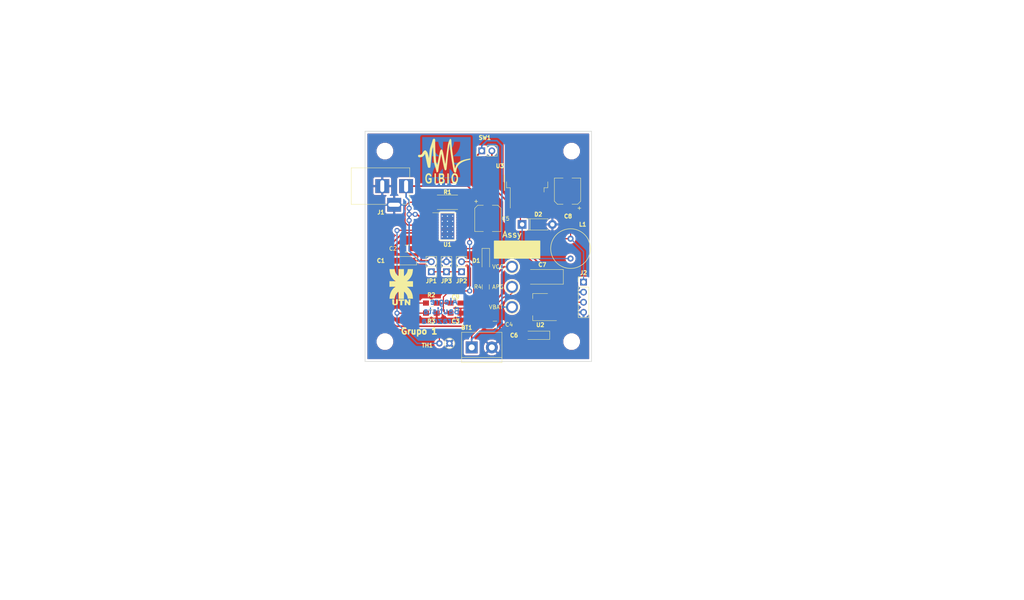
<source format=kicad_pcb>
(kicad_pcb (version 4) (host pcbnew 4.0.7-e2-6376~58~ubuntu16.04.1)
  (title_block (title "MÓDULO CARGADOR DE BATERÍAS DE LI-ION") (date 2018-10-30) (rev A) (company "UTN - FRBA") (comment 1 https://github.com/ealegremendoza/proyecto_4to) (comment 2 "Autores: Alegre M. E., Bautista L., Tarazona L.") (comment 3 "Diseñado para cargar dos celdas. se conecta a la placa base PER4MANCE.") (comment 4 "Cargador de baterías."))
  (layers (0 F.Cu signal) (31 B.Cu signal) (34 B.Paste user) (35 F.Paste user) (36 B.SilkS user) (37 F.SilkS user) (38 B.Mask user) (39 F.Mask user) (44 Edge.Cuts user))
  (net 0 "")
  (net 1 GND)
  (net 2 /bateria/V+)
  (net 3 VCC)
  (net 4 +5V)
  (net 5 +3V3)
  (net 6 "Net-(D1-Pad1)")
  (net 7 "Net-(D1-Pad2)")
  (net 8 "Net-(D2-Pad1)")
  (net 9 "Net-(R1-Pad1)")
  (net 10 "Net-(R2-Pad2)")
  (net 11 "Net-(U1-Pad1)")
  (net 12 "Net-(U1-Pad6)")
  (net 13 "Net-(U1-Pad11)")
  (net 14 "Net-(U1-Pad15)")
  (net 15 "Net-(U1-Pad20)")
  (net 16 /bateria/CR)
  (net 17 "Net-(C9-Pad1)")
  (net 18 /bateria/TMRSEL)
  (net 19 /regulador/V+)
  (module logos:logoUTN1 (layer B.Cu) (at 134.49 77.724 180)
    (fp_text reference " " hide)
    (fp_text value "   " hide)
    (fp_poly (pts (xy 6.096 -6.2484) (xy -6.096 -6.2484) (xy -6.096 -4.064) (xy -2.64928 -4.064) (xy -2.63274 -4.771263) (xy -2.62518 -5.054068) (xy -2.615803 -5.25425) (xy -2.601383 -5.390778) (xy -2.578693 -5.482618) (xy -2.544507 -5.54874) (xy -2.495596 -5.60811) (xy -2.4892 -5.615019) (xy -2.374607 -5.722334) (xy -2.254965 -5.788833) (xy -2.101107 -5.824023) (xy -1.883865 -5.837414) (xy -1.8034 -5.83859) (xy -1.573397 -5.830976) (xy -1.408843 -5.799081) (xy -1.279644 -5.739097) (xy -1.158675 -5.646255) (xy -1.071811 -5.526913) (xy -1.014124 -5.364398) (xy -0.980685 -5.142033) (xy -0.966565 -4.843145) (xy -0.9652 -4.675231) (xy -0.9652 -4.064) (xy -0.762 -4.064) (xy -0.762 -4.5212) (xy -0.2032 -4.5212) (xy -0.2032 -5.842) (xy 0.3556 -5.842) (xy 1.1176 -5.842) (xy 1.621787 -5.842) (xy 1.636393 -5.3721) (xy 1.651 -4.9022) (xy 2.28862 -5.842) (xy 2.794 -5.842) (xy 2.794 -4.064) (xy 2.289812 -4.064) (xy 2.2606 -4.98565) (xy 1.645032 -4.0894) (xy 1.1176 -4.05869) (xy 1.1176 -5.842) (xy 0.3556 -5.842) (xy 0.3556 -4.5212) (xy 0.9144 -4.5212) (xy 0.9144 -4.064) (xy -0.762 -4.064) (xy -0.9652 -4.064) (xy -1.524 -4.064) (xy -1.524 -4.669971) (xy -1.526727 -4.943494) (xy -1.536271 -5.133102) (xy -1.554677 -5.256368) (xy -1.583991 -5.330866) (xy -1.603829 -5.355771) (xy -1.721058 -5.418415) (xy -1.866793 -5.43182) (xy -1.992754 -5.394838) (xy -2.02668 -5.365811) (xy -2.052993 -5.283935) (xy -2.074701 -5.116806) (xy -2.090146 -4.88073) (xy -2.0964 -4.680202) (xy -2.1082 -4.064382) (xy -2.64928 -4.064) (xy -6.096 -4.064) (xy -6.096 1.4224) (xy -3.507717 1.4224) (xy -3.493759 0.605057) (xy -3.4798 -0.212286) (xy -2.5781 -0.205683) (xy -2.288474 -0.205702) (xy -2.037857 -0.209806) (xy -1.842303 -0.217396) (xy -1.717868 -0.227872) (xy -1.679949 -0.23924) (xy -1.719876 -0.286417) (xy -1.822262 -0.37464) (xy -1.966534 -0.486403) (xy -1.995814 -0.508) (xy -2.393694 -0.859875) (xy -2.738503 -1.288286) (xy -3.023131 -1.779159) (xy -3.240467 -2.31842) (xy -3.383403 -2.891995) (xy -3.439369 -3.3655) (xy -3.469175 -3.8608) (xy -1.936626 -3.8608) (xy -1.904054 -3.6195) (xy -1.798454 -3.142444) (xy -1.619588 -2.696225) (xy -1.377834 -2.302376) (xy -1.139689 -2.033361) (xy -1.000901 -1.908631) (xy -0.886532 -1.817678) (xy -0.819277 -1.778398) (xy -0.815841 -1.778) (xy -0.795109 -1.826322) (xy -0.779443 -1.972035) (xy -0.768785 -2.216254) (xy -0.76308 -2.560097) (xy -0.762 -2.8448) (xy -0.762 -3.9116) (xy 0.861618 -3.9116) (xy 0.889 -1.7018) (xy 1.245523 -2.0574) (xy 1.533046 -2.382231) (xy 1.742314 -2.715055) (xy 1.889954 -3.087367) (xy 1.976106 -3.44117) (xy 2.0574 -3.860466) (xy 2.835212 -3.860633) (xy 3.613025 -3.8608) (xy 3.586608 -3.6449) (xy 3.567087 -3.473451) (xy 3.544316 -3.256595) (xy 3.528901 -3.100264) (xy 3.474519 -2.773509) (xy 3.375585 -2.402739) (xy 3.245175 -2.027614) (xy 3.096366 -1.687794) (xy 3.011133 -1.529834) (xy 2.84718 -1.284658) (xy 2.642745 -1.026585) (xy 2.420065 -0.780046) (xy 2.20138 -0.569471) (xy 2.008928 -0.419292) (xy 1.988506 -0.4064) (xy 1.866506 -0.32429) (xy 1.791066 -0.259026) (xy 1.779366 -0.239083) (xy 1.827026 -0.226993) (xy 1.960263 -0.217999) (xy 2.163084 -0.212545) (xy 2.419502 -0.211076) (xy 2.69246 -0.213683) (xy 3.606921 -0.2286) (xy 3.60686 0.5969) (xy 3.6068 1.4224) (xy 1.703156 1.4224) (xy 1.960654 1.59581) (xy 2.207048 1.791266) (xy 2.470329 2.049669) (xy 2.724117 2.34204) (xy 2.942028 2.639401) (xy 3.011133 2.74969) (xy 3.164471 3.052589) (xy 3.306672 3.41297) (xy 3.424627 3.791088) (xy 3.505227 4.147199) (xy 3.528901 4.319465) (xy 3.550286 4.534082) (xy 3.572776 4.744405) (xy 3.586608 4.8641) (xy 3.613025 5.08) (xy 2.835212 5.079834) (xy 2.0574 5.079667) (xy 1.972172 4.640294) (xy 1.849233 4.178386) (xy 1.667878 3.784758) (xy 1.41637 3.43745) (xy 1.223057 3.238554) (xy 0.889 2.926002) (xy 0.875289 4.003001) (xy 0.861579 5.08) (xy -0.762 5.08) (xy -0.762 4.0386) (xy -0.764515 3.632874) (xy -0.772091 3.327635) (xy -0.784781 3.121895) (xy -0.802636 3.014665) (xy -0.815841 2.9972) (xy -0.876768 3.029951) (xy -0.987217 3.116272) (xy -1.124491 3.238267) (xy -1.139689 3.252562) (xy -1.425309 3.58733) (xy -1.656559 3.992145) (xy -1.823062 4.445473) (xy -1.904054 4.8387) (xy -1.936626 5.08) (xy -3.4544 5.08) (xy -3.454401 4.747659) (xy -3.406316 4.162807) (xy -3.267201 3.586338) (xy -3.044765 3.033769) (xy -2.746714 2.520618) (xy -2.380758 2.062406) (xy -1.954605 1.674649) (xy -1.912112 1.642664) (xy -1.614424 1.4224) (xy -3.507717 1.4224) (xy -6.096 1.4224) (xy -6.096 6.2484) (xy 6.096 6.2484) (xy 6.096 -6.2484)) (layer B.Cu) (width 0.01))
  )
  (module Connectors:BARREL_JACK (layer F.Cu) (at 124.33 83.82)
    (fp_text reference J1 (at -6.35 6.604) (layer F.SilkS) (effects (font (thickness 0.25))))
    (fp_text value Barrel_Jack)
    (pad 1 thru_hole rect (at 0 0) (size 3.5 3.5) (drill oval 1 3) (layers *.Cu *.Mask) (net 3 VCC))
    (pad 2 thru_hole rect (at -6 0) (size 3.5 3.5) (drill oval 1 3) (layers *.Cu *.Mask) (net 1 GND))
    (pad 3 thru_hole rect (at -3 4.7) (size 3.5 3.5) (drill oval 3 1) (layers *.Cu *.Mask) (net 1 GND))
  )
  (module Pin_Headers:Pin_Header_Straight_1x02_Pitch2.54mm (layer F.Cu) (at 138.3 105.41 180)
    (fp_text reference JP2 (at 0 -2.33 180) (layer F.SilkS) (effects (font (thickness 0.25))))
    (fp_text value Jumper)
    (pad 1 thru_hole rect (at 0 0 180) (size 1.7 1.7) (drill 1) (layers *.Cu *.Mask) (net 18 /bateria/TMRSEL))
    (pad 2 thru_hole oval (at 0 2.54 180) (size 1.7 1.7) (drill 1) (layers *.Cu *.Mask) (net 17 "Net-(C9-Pad1)"))
  )
  (module Diodes_THT:D_DO-41_SOD81_P7.62mm_Horizontal (layer F.Cu) (at 153.54 93.472)
    (fp_text reference D2 (at 4.064 -2.54) (layer F.SilkS) (effects (font (thickness 0.25))))
    (fp_text value 1N5817)
    (pad 1 thru_hole rect (at 0 0) (size 2.2 2.2) (drill 1.1) (layers *.Cu *.Mask) (net 8 "Net-(D2-Pad1)"))
    (pad 2 thru_hole oval (at 7.62 0) (size 2.2 2.2) (drill 1.1) (layers *.Cu *.Mask) (net 1 GND))
  )
  (module Capacitors_SMD:CP_Elec_6.3x5.3 (layer F.Cu) (at 144.904 91.948 270)
    (fp_text reference C5 (at 0.052 -4.496 360) (layer F.SilkS))
    (fp_text value "100uF ")
    (fp_text user + (at -4.28 3.01 270) (layer F.SilkS))
    (pad 1 smd rect (at -2.7 0 90) (size 3.5 1.6) (layers F.Cu F.Paste F.Mask) (net 19 /regulador/V+))
    (pad 2 smd rect (at 2.7 0 90) (size 3.5 1.6) (layers F.Cu F.Paste F.Mask) (net 1 GND))
  )
  (module footprints:Choke_PK0810 (layer F.Cu) (at 165.732 99.568 90)
    (fp_text reference L1 (at 6.096 3.048 180) (layer F.SilkS) (effects (font (thickness 0.25))))
    (fp_text value 330uH)
    (pad 1 thru_hole circle (at -2.5 0 90) (size 1.524 1.524) (drill 0.762) (layers *.Cu *.Mask) (net 8 "Net-(D2-Pad1)"))
    (pad 2 thru_hole circle (at 2.5 0 90) (size 1.524 1.524) (drill 0.762) (layers *.Cu *.Mask) (net 5 +3V3))
  )
  (module Capacitors_Tantalum_SMD:CP_Tantalum_Case-A_EIA-3216-18_Hand (layer F.Cu) (at 123.06 102.616 180)
    (fp_text reference C1 (at 5.08 0 180) (layer F.SilkS) (effects (font (thickness 0.25))))
    (fp_text value 10uF)
    (pad 1 smd rect (at -2 0 180) (size 3.2 1.5) (layers F.Cu F.Paste F.Mask) (net 3 VCC))
    (pad 2 smd rect (at 2 0 180) (size 3.2 1.5) (layers F.Cu F.Paste F.Mask) (net 1 GND))
  )
  (module Capacitors_SMD:C_0805_HandSoldering (layer F.Cu) (at 124.584 99.568 180)
    (fp_text reference C2 (at 3.556 0 360) (layer F.SilkS))
    (fp_text value 0.1uF)
    (pad 1 smd rect (at -1.25 0 180) (size 1.5 1.25) (layers F.Cu F.Paste F.Mask) (net 3 VCC))
    (pad 2 smd rect (at 1.25 0 180) (size 1.5 1.25) (layers F.Cu F.Paste F.Mask) (net 1 GND))
  )
  (module Capacitors_SMD:C_0805_HandSoldering (layer F.Cu) (at 136.776 115.824)
    (fp_text reference C3 (at 0 2.032) (layer F.SilkS) (effects (font (thickness 0.25))))
    (fp_text value 0.22uF)
    (pad 1 smd rect (at -1.25 0) (size 1.5 1.25) (layers F.Cu F.Paste F.Mask) (net 16 /bateria/CR))
    (pad 2 smd rect (at 1.25 0) (size 1.5 1.25) (layers F.Cu F.Paste F.Mask) (net 1 GND))
  )
  (module Capacitors_SMD:C_0805_HandSoldering (layer F.Cu) (at 146.7 118.7)
    (fp_text reference C4 (at 3.556 0) (layer F.SilkS))
    (fp_text value 1uF)
    (pad 1 smd rect (at -1.25 0) (size 1.5 1.25) (layers F.Cu F.Paste F.Mask) (net 2 /bateria/V+))
    (pad 2 smd rect (at 1.25 0) (size 1.5 1.25) (layers F.Cu F.Paste F.Mask) (net 1 GND))
  )
  (module Capacitors_Tantalum_SMD:CP_Tantalum_Case-A_EIA-3216-18_Hand (layer F.Cu) (at 156.588 121.412 180)
    (fp_text reference C6 (at 5.08 0 180) (layer F.SilkS) (effects (font (thickness 0.25))))
    (fp_text value 0.47uF)
    (pad 1 smd rect (at -2 0 180) (size 3.2 1.5) (layers F.Cu F.Paste F.Mask) (net 19 /regulador/V+))
    (pad 2 smd rect (at 2 0 180) (size 3.2 1.5) (layers F.Cu F.Paste F.Mask) (net 1 GND))
  )
  (module Capacitors_Tantalum_SMD:CP_Tantalum_Case-C_EIA-6032-28_Hand (layer F.Cu) (at 158.62 106.68 180)
    (fp_text reference C7 (at 0 3.048 180) (layer F.SilkS) (effects (font (thickness 0.25))))
    (fp_text value 47uF)
    (pad 1 smd rect (at -3.125 0 180) (size 3.75 2.5) (layers F.Cu F.Paste F.Mask) (net 4 +5V))
    (pad 2 smd rect (at 3.125 0 180) (size 3.75 2.5) (layers F.Cu F.Paste F.Mask) (net 1 GND))
  )
  (module Capacitors_SMD:CP_Elec_6.3x7.7 (layer F.Cu) (at 164.97 85.09 90)
    (fp_text reference C8 (at -6.329 0.1302 180) (layer F.SilkS) (effects (font (thickness 0.25))))
    (fp_text value "330u 50V")
    (fp_text user + (at -4.28 2.91 90) (layer F.SilkS))
    (pad 1 smd rect (at -2.7 0 270) (size 3.5 1.6) (layers F.Cu F.Paste F.Mask) (net 5 +3V3))
    (pad 2 smd rect (at 2.7 0 270) (size 3.5 1.6) (layers F.Cu F.Paste F.Mask) (net 1 GND))
  )
  (module LEDs:LED_1206_HandSoldering (layer F.Cu) (at 144.396 102.616 270)
    (fp_text reference D1 (at -0.016 2.396 360) (layer F.SilkS) (effects (font (thickness 0.25))))
    (fp_text value LED)
    (pad 1 smd rect (at -2 0 270) (size 2 1.7) (layers F.Cu F.Paste F.Mask) (net 6 "Net-(D1-Pad1)"))
    (pad 2 smd rect (at 2 0 270) (size 2 1.7) (layers F.Cu F.Paste F.Mask) (net 7 "Net-(D1-Pad2)"))
  )
  (module Pin_Headers:Pin_Header_Straight_1x04_Pitch2.54mm (layer F.Cu) (at 169 108)
    (fp_text reference J2 (at 0 -2.33) (layer F.SilkS) (effects (font (thickness 0.25))))
    (fp_text value Conn_01x04_Male)
    (pad 1 thru_hole rect (at 0 0) (size 1.7 1.7) (drill 1) (layers *.Cu *.Mask) (net 5 +3V3))
    (pad 2 thru_hole oval (at 0 2.54) (size 1.7 1.7) (drill 1) (layers *.Cu *.Mask) (net 1 GND))
    (pad 3 thru_hole oval (at 0 5.08) (size 1.7 1.7) (drill 1) (layers *.Cu *.Mask) (net 4 +5V))
    (pad 4 thru_hole oval (at 0 7.62) (size 1.7 1.7) (drill 1) (layers *.Cu *.Mask) (net 1 GND))
  )
  (module Resistors_SMD:R_0805_HandSoldering (layer F.Cu) (at 130.68 113.284 180)
    (fp_text reference R2 (at 0 2.032 180) (layer F.SilkS) (effects (font (thickness 0.25))))
    (fp_text value 120)
    (pad 1 smd rect (at -1.35 0 180) (size 1.5 1.3) (layers F.Cu F.Paste F.Mask) (net 16 /bateria/CR))
    (pad 2 smd rect (at 1.35 0 180) (size 1.5 1.3) (layers F.Cu F.Paste F.Mask) (net 10 "Net-(R2-Pad2)"))
  )
  (module Resistors_SMD:R_0805_HandSoldering (layer F.Cu) (at 130.68 115.824)
    (fp_text reference R3 (at 0 2.032) (layer F.SilkS) (effects (font (thickness 0.25))))
    (fp_text value 1k)
    (pad 1 smd rect (at -1.35 0) (size 1.5 1.3) (layers F.Cu F.Paste F.Mask) (net 10 "Net-(R2-Pad2)"))
    (pad 2 smd rect (at 1.35 0) (size 1.5 1.3) (layers F.Cu F.Paste F.Mask) (net 1 GND))
  )
  (module Resistors_SMD:R_0805_HandSoldering (layer F.Cu) (at 144.396 109.22 90)
    (fp_text reference R4 (at 0.02 -1.996 360) (layer F.SilkS))
    (fp_text value 470)
    (pad 1 smd rect (at -1.35 0 90) (size 1.5 1.3) (layers F.Cu F.Paste F.Mask) (net 3 VCC))
    (pad 2 smd rect (at 1.35 0 90) (size 1.5 1.3) (layers F.Cu F.Paste F.Mask) (net 7 "Net-(D1-Pad2)"))
  )
  (module Resistors_THT:R_Axial_DIN0207_L6.3mm_D2.5mm_P2.54mm_Vertical (layer F.Cu) (at 135.252 123.444 180)
    (fp_text reference TH1 (at 5.588 -0.508 180) (layer F.SilkS) (effects (font (thickness 0.25))))
    (fp_text value 10K)
    (pad 1 thru_hole circle (at 0 0 180) (size 1.6 1.6) (drill 0.8) (layers *.Cu *.Mask) (net 1 GND))
    (pad 2 thru_hole oval (at 2.54 0 180) (size 1.6 1.6) (drill 0.8) (layers *.Cu *.Mask) (net 10 "Net-(R2-Pad2)"))
  )
  (module Housings_SSOP:HTSSOP-20-1EP_4.4x6.5mm_Pitch0.65mm_ThermalPad (layer F.Cu) (at 134.744 93.98)
    (fp_text reference U1 (at 0 4.572) (layer F.SilkS) (effects (font (thickness 0.25))))
    (fp_text value BQ24004)
    (pad 21 thru_hole rect (at 1.3 -2.6) (size 0.8 1.3) (drill 0.3) (layers *.Cu *.Mask))
    (pad 21 thru_hole rect (at 0 2.6) (size 1.8 1.3) (drill 0.3) (layers *.Cu *.Mask))
    (pad 21 thru_hole rect (at 0 1.3) (size 1.8 1.3) (drill 0.3) (layers *.Cu *.Mask))
    (pad 21 thru_hole rect (at 0 -2.6) (size 1.8 1.3) (drill 0.3) (layers *.Cu *.Mask))
    (pad 21 thru_hole rect (at 0 -1.3) (size 1.8 1.3) (drill 0.3) (layers *.Cu *.Mask))
    (pad 1 smd rect (at -2.95 -2.92) (size 1.45 0.45) (layers F.Cu F.Paste F.Mask) (net 11 "Net-(U1-Pad1)"))
    (pad 2 smd rect (at -2.95 -2.27) (size 1.45 0.45) (layers F.Cu F.Paste F.Mask) (net 9 "Net-(R1-Pad1)"))
    (pad 3 smd rect (at -2.95 -1.62) (size 1.45 0.45) (layers F.Cu F.Paste F.Mask) (net 9 "Net-(R1-Pad1)"))
    (pad 4 smd rect (at -2.95 -0.97) (size 1.45 0.45) (layers F.Cu F.Paste F.Mask) (net 3 VCC))
    (pad 5 smd rect (at -2.95 -0.33) (size 1.45 0.45) (layers F.Cu F.Paste F.Mask) (net 9 "Net-(R1-Pad1)"))
    (pad 6 smd rect (at -2.95 0.33) (size 1.45 0.45) (layers F.Cu F.Paste F.Mask) (net 12 "Net-(U1-Pad6)"))
    (pad 7 smd rect (at -2.95 0.97) (size 1.45 0.45) (layers F.Cu F.Paste F.Mask) (net 10 "Net-(R2-Pad2)"))
    (pad 8 smd rect (at -2.95 1.62) (size 1.45 0.45) (layers F.Cu F.Paste F.Mask) (net 3 VCC))
    (pad 9 smd rect (at -2.95 2.27) (size 1.45 0.45) (layers F.Cu F.Paste F.Mask) (net 3 VCC))
    (pad 10 smd rect (at -2.95 2.92) (size 1.45 0.45) (layers F.Cu F.Paste F.Mask) (net 1 GND))
    (pad 11 smd rect (at 2.95 2.92) (size 1.45 0.45) (layers F.Cu F.Paste F.Mask) (net 13 "Net-(U1-Pad11)"))
    (pad 12 smd rect (at 2.95 2.27) (size 1.45 0.45) (layers F.Cu F.Paste F.Mask) (net 16 /bateria/CR))
    (pad 13 smd rect (at 2.95 1.62) (size 1.45 0.45) (layers F.Cu F.Paste F.Mask) (net 18 /bateria/TMRSEL))
    (pad 14 smd rect (at 2.95 0.97) (size 1.45 0.45) (layers F.Cu F.Paste F.Mask) (net 6 "Net-(D1-Pad1)"))
    (pad 15 smd rect (at 2.95 0.33) (size 1.45 0.45) (layers F.Cu F.Paste F.Mask) (net 14 "Net-(U1-Pad15)"))
    (pad 16 smd rect (at 2.95 -0.33) (size 1.45 0.45) (layers F.Cu F.Paste F.Mask) (net 1 GND))
    (pad 17 smd rect (at 2.95 -0.97) (size 1.45 0.45) (layers F.Cu F.Paste F.Mask) (net 2 /bateria/V+))
    (pad 18 smd rect (at 2.95 -1.62) (size 1.45 0.45) (layers F.Cu F.Paste F.Mask) (net 2 /bateria/V+))
    (pad 19 smd rect (at 2.95 -2.27) (size 1.45 0.45) (layers F.Cu F.Paste F.Mask) (net 2 /bateria/V+))
    (pad 20 smd rect (at 2.95 -2.92) (size 1.45 0.45) (layers F.Cu F.Paste F.Mask) (net 15 "Net-(U1-Pad20)"))
    (pad 21 thru_hole rect (at 0 0) (size 1.8 1.3) (drill 0.3) (layers *.Cu *.Mask))
    (pad 21 thru_hole rect (at -1.3 -2.6) (size 0.8 1.3) (drill 0.3) (layers *.Cu *.Mask))
    (pad 21 thru_hole rect (at -1.3 -1.3) (size 0.8 1.3) (drill 0.3) (layers *.Cu *.Mask))
    (pad 21 thru_hole rect (at -1.3 0) (size 0.8 1.3) (drill 0.3) (layers *.Cu *.Mask))
    (pad 21 thru_hole rect (at -1.3 1.3) (size 0.8 1.3) (drill 0.3) (layers *.Cu *.Mask))
    (pad 21 thru_hole rect (at -1.3 2.6) (size 0.8 1.3) (drill 0.3) (layers *.Cu *.Mask))
    (pad 21 thru_hole rect (at 1.3 2.6) (size 0.8 1.3) (drill 0.3) (layers *.Cu *.Mask))
    (pad 21 thru_hole rect (at 1.3 1.3) (size 0.8 1.3) (drill 0.3) (layers *.Cu *.Mask))
    (pad 21 thru_hole rect (at 1.3 0) (size 0.8 1.3) (drill 0.3) (layers *.Cu *.Mask))
    (pad 21 thru_hole rect (at 1.3 -1.3) (size 0.8 1.3) (drill 0.3) (layers *.Cu *.Mask))
  )
  (module TO_SOT_Packages_SMD:SOT-223-3_TabPin2 (layer F.Cu) (at 158.112 114.3 180)
    (fp_text reference U2 (at 0 -4.5 180) (layer F.SilkS) (effects (font (thickness 0.25))))
    (fp_text value LM2940-5V)
    (pad 2 smd rect (at 3.15 0 180) (size 2 3.8) (layers F.Cu F.Paste F.Mask) (net 1 GND))
    (pad 2 smd rect (at -3.15 0 180) (size 2 1.5) (layers F.Cu F.Paste F.Mask) (net 1 GND))
    (pad 3 smd rect (at -3.15 2.3 180) (size 2 1.5) (layers F.Cu F.Paste F.Mask) (net 4 +5V))
    (pad 1 smd rect (at -3.15 -2.3 180) (size 2 1.5) (layers F.Cu F.Paste F.Mask) (net 19 /regulador/V+))
  )
  (module TO_SOT_Packages_SMD:TO-263-5_TabPin3 (layer F.Cu) (at 154.81 81.28 90)
    (fp_text reference U3 (at 2.54 -6.858 180) (layer F.SilkS) (effects (font (thickness 0.25))))
    (fp_text value LM2575-3.3)
    (pad 1 smd rect (at -5.775 -3.4 90) (size 4.6 1.1) (layers F.Cu F.Paste F.Mask) (net 19 /regulador/V+))
    (pad 2 smd rect (at -5.775 -1.7 90) (size 4.6 1.1) (layers F.Cu F.Paste F.Mask) (net 8 "Net-(D2-Pad1)"))
    (pad 3 smd rect (at -5.775 0 90) (size 4.6 1.1) (layers F.Cu F.Paste F.Mask) (net 1 GND))
    (pad 4 smd rect (at -5.775 1.7 90) (size 4.6 1.1) (layers F.Cu F.Paste F.Mask) (net 5 +3V3))
    (pad 5 smd rect (at -5.775 3.4 90) (size 4.6 1.1) (layers F.Cu F.Paste F.Mask) (net 1 GND))
    (pad 3 smd rect (at 3.375 0 90) (size 9.4 10.8) (layers F.Cu F.Mask) (net 1 GND))
    (pad 3 smd rect (at 5.8 2.775 90) (size 4.55 5.25) (layers F.Cu F.Paste) (net 1 GND))
    (pad 3 smd rect (at 0.95 -2.775 90) (size 4.55 5.25) (layers F.Cu F.Paste) (net 1 GND))
    (pad 3 smd rect (at 5.8 -2.775 90) (size 4.55 5.25) (layers F.Cu F.Paste) (net 1 GND))
    (pad 3 smd rect (at 0.95 2.775 90) (size 4.55 5.25) (layers F.Cu F.Paste) (net 1 GND))
  )
  (module Capacitors_SMD:C_0805_HandSoldering (layer F.Cu) (at 136.776 113.284 180)
    (fp_text reference C9 (at 0 1.524 180) (layer F.SilkS) (effects (font (thickness 0.25))))
    (fp_text value 10pF)
    (pad 1 smd rect (at -1.25 0 180) (size 1.5 1.25) (layers F.Cu F.Paste F.Mask) (net 17 "Net-(C9-Pad1)"))
    (pad 2 smd rect (at 1.25 0 180) (size 1.5 1.25) (layers F.Cu F.Paste F.Mask) (net 16 /bateria/CR))
  )
  (module Pin_Headers:Pin_Header_Straight_1x02_Pitch2.54mm (layer F.Cu) (at 130.68 105.41 180)
    (fp_text reference JP1 (at 0 -2.33 180) (layer F.SilkS) (effects (font (thickness 0.25))))
    (fp_text value Jumper)
    (pad 1 thru_hole rect (at 0 0 180) (size 1.7 1.7) (drill 1) (layers *.Cu *.Mask) (net 18 /bateria/TMRSEL))
    (pad 2 thru_hole oval (at 0 2.54 180) (size 1.7 1.7) (drill 1) (layers *.Cu *.Mask) (net 3 VCC))
  )
  (module Pin_Headers:Pin_Header_Straight_1x02_Pitch2.54mm (layer F.Cu) (at 134.49 105.41 180)
    (fp_text reference JP3 (at 0 -2.33 180) (layer F.SilkS) (effects (font (thickness 0.25))))
    (fp_text value Jumper)
    (pad 1 thru_hole rect (at 0 0 180) (size 1.7 1.7) (drill 1) (layers *.Cu *.Mask) (net 18 /bateria/TMRSEL))
    (pad 2 thru_hole oval (at 0 2.54 180) (size 1.7 1.7) (drill 1) (layers *.Cu *.Mask) (net 1 GND))
  )
  (module Mounting_Holes:MountingHole_3.2mm_M3_DIN965 (layer F.Cu) (at 119 123)
    (fp_text reference "  " (at 0 -3.8) (layer F.SilkS))
    (fp_text value MountingHole_3.2mm_M3_DIN965)
    (pad 1 np_thru_hole circle (at 0 0) (size 3.2 3.2) (drill 3.2) (layers *.Cu *.Mask))
  )
  (module Mounting_Holes:MountingHole_3.2mm_M3_DIN965 (layer F.Cu) (at 119 75)
    (fp_text reference " " (at 0 -3.8) (layer F.SilkS))
    (fp_text value MountingHole_3.2mm_M3_DIN965)
    (pad 1 np_thru_hole circle (at 0 0) (size 3.2 3.2) (drill 3.2) (layers *.Cu *.Mask))
  )
  (module Mounting_Holes:MountingHole_3.2mm_M3_DIN965 (layer F.Cu) (at 166 75)
    (fp_text reference "  " (at 0 -3.8) (layer F.SilkS))
    (fp_text value MountingHole_3.2mm_M3_DIN965)
    (pad 1 np_thru_hole circle (at 0 0) (size 3.2 3.2) (drill 3.2) (layers *.Cu *.Mask))
  )
  (module Mounting_Holes:MountingHole_3.2mm_M3_DIN965 (layer F.Cu) (at 166 123)
    (fp_text reference " " (at 0.24 6.54) (layer F.SilkS))
    (fp_text value MountingHole_3.2mm_M3_DIN965)
    (pad 1 np_thru_hole circle (at 0 0) (size 3.2 3.2) (drill 3.2) (layers *.Cu *.Mask))
  )
  (module Resistors_SMD:R_2512_HandSoldering (layer F.Cu) (at 134.744 87.884)
    (fp_text reference R1 (at 0 -2.54) (layer F.SilkS) (effects (font (thickness 0.25))))
    (fp_text value 0.1)
    (pad 1 smd rect (at -3.95 0) (size 2.7 3.2) (layers F.Cu F.Paste F.Mask) (net 9 "Net-(R1-Pad1)"))
    (pad 2 smd rect (at 3.95 0) (size 2.7 3.2) (layers F.Cu F.Paste F.Mask) (net 3 VCC))
  )
  (module TerminalBlock:TerminalBlock_bornier-2_P5.08mm (layer F.Cu) (at 140.84 124.46)
    (fp_text reference BT1 (at -1.25 -4.99) (layer F.SilkS) (effects (font (thickness 0.25))))
    (fp_text value Battery)
    (pad 1 thru_hole rect (at 0 0) (size 3 3) (drill 1.52) (layers *.Cu *.Mask) (net 2 /bateria/V+))
    (pad 2 thru_hole circle (at 5.08 0) (size 3 3) (drill 1.52) (layers *.Cu *.Mask) (net 1 GND))
  )
  (module Pin_Headers:Pin_Header_Straight_1x02_Pitch2.54mm (layer F.Cu) (at 143.38 74.93 90)
    (fp_text reference SW1 (at 3.302 0.762 180) (layer F.SilkS) (effects (font (thickness 0.25))))
    (fp_text value SW_SPST)
    (pad 1 thru_hole rect (at 0 0 90) (size 1.7 1.7) (drill 1) (layers *.Cu *.Mask) (net 2 /bateria/V+))
    (pad 2 thru_hole oval (at 0 2.54 90) (size 1.7 1.7) (drill 1) (layers *.Cu *.Mask) (net 19 /regulador/V+))
  )
  (module TestPoint:TestPoint_Plated_Hole_D2.0mm (layer F.Cu) (at 151 104.14)
    (fp_text reference VCC (at -3.556 0) (layer F.SilkS))
    (fp_text value Vin)
    (pad 1 thru_hole circle (at 0 0) (size 3 3) (drill 2) (layers *.Cu *.Mask) (net 3 VCC))
  )
  (module TestPoint:TestPoint_Plated_Hole_D2.0mm (layer F.Cu) (at 151 114.3)
    (fp_text reference VBAT (at -4.064 0) (layer F.SilkS))
    (fp_text value VBAT)
    (pad 1 thru_hole circle (at 0 0) (size 3 3) (drill 2) (layers *.Cu *.Mask) (net 2 /bateria/V+))
  )
  (module TestPoint:TestPoint_Plated_Hole_D2.0mm (layer F.Cu) (at 151 109.22)
    (fp_text reference APG (at -3.556 0) (layer F.SilkS))
    (fp_text value APG)
    (pad 1 thru_hole circle (at 0 0) (size 3 3) (drill 2) (layers *.Cu *.Mask) (net 10 "Net-(R2-Pad2)"))
  )
  (module logos:logoGIBIO (layer F.Cu) (at 133.728 77.216)
    (fp_text reference " " hide)
    (fp_text value " " hide)
  )
  (module logos:logoGIBIO5 (layer F.Cu) (at 130.68 83.312)
    (fp_text reference " " hide)
    (fp_text value " " hide)
  )
  (module logos:logoUTN3 (layer F.Cu) (at 123.06 108.966)
    (fp_text reference " " hide)
    (fp_text value " " hide)
  )
  (gr_text "Alegre \nBautista\nTarazona" (at 133.22 115.316) (layer B.Cu) (effects (font (size 1.5 1.5) (thickness 0.3)) (justify mirror)))
  (gr_text Assy (at 151 96.012) (layer F.SilkS) (effects (font (size 1.5 1.5) (thickness 0.25))))
  (gr_line (start 149.09 84.94) (end 149.09 81.06) (angle 90) (layer F.SilkS) (width 0.2))
  (gr_text "Grupo 1" (at 127.632 120.396) (layer F.SilkS) (effects (font (size 1.5 1.5) (thickness 0.375))))
  (gr_line (start 171 128) (end 171 70) (angle 90) (layer Edge.Cuts) (width 0.15))
  (gr_line (start 114 128) (end 114 70) (angle 90) (layer Edge.Cuts) (width 0.15))
  (gr_line (start 114 128) (end 171 128) (angle 90) (layer Edge.Cuts) (width 0.15))
  (gr_line (start 114 70) (end 171 70) (angle 90) (layer Edge.Cuts) (width 0.15))
  (segment (start 131.794 96.9) (end 129.792 96.9) (width 0.3) (layer F.Cu) (net 1))
  (segment (start 134.49 100.838) (end 134.49 102.87) (width 0.3) (layer F.Cu) (net 1))
  (segment (start 133.728 100.076) (end 134.49 100.838) (width 0.3) (layer F.Cu) (net 1))
  (segment (start 130.172 100.076) (end 133.728 100.076) (width 0.3) (layer F.Cu) (net 1))
  (segment (start 129.156 99.06) (end 130.172 100.076) (width 0.3) (layer F.Cu) (net 1))
  (segment (start 129.156 97.536) (end 129.156 99.06) (width 0.3) (layer F.Cu) (net 1))
  (segment (start 129.792 96.9) (end 129.156 97.536) (width 0.3) (layer F.Cu) (net 1))
  (segment (start 144.396 97.536) (end 144.904 97.028) (width 0.3) (layer F.Cu) (net 1))
  (segment (start 144.904 94.648) (end 144.904 97.028) (width 0.3) (layer F.Cu) (net 1))
  (segment (start 140.002 93.65) (end 137.694 93.65) (width 0.3) (layer F.Cu) (net 1))
  (segment (start 143.888 97.536) (end 140.002 93.65) (width 0.3) (layer F.Cu) (net 1))
  (segment (start 144.396 97.536) (end 143.888 97.536) (width 0.3) (layer F.Cu) (net 1))
  (segment (start 154.81 77.905) (end 154.81 87.055) (width 0.3) (layer F.Cu) (net 1))
  (segment (start 142.364 89.916) (end 142.364 75.946) (width 0.4) (layer F.Cu) (net 2))
  (segment (start 142.364 75.946) (end 143.38 74.93) (width 0.4) (layer F.Cu) (net 2))
  (segment (start 143.38 74.93) (end 143.38 73.66) (width 0.4) (layer B.Cu) (net 2))
  (segment (start 143.38 73.66) (end 144.65 72.39) (width 0.4) (layer B.Cu) (net 2))
  (segment (start 144.65 72.39) (end 147.19 72.39) (width 0.4) (layer B.Cu) (net 2))
  (segment (start 147.19 72.39) (end 148.46 73.66) (width 0.4) (layer B.Cu) (net 2))
  (segment (start 148.46 73.66) (end 148.46 114.3) (width 0.4) (layer B.Cu) (net 2))
  (segment (start 137.694 91.71) (end 139.554 91.71) (width 0.4) (layer F.Cu) (net 2))
  (segment (start 141.348 89.916) (end 142.364 89.916) (width 0.4) (layer F.Cu) (net 2))
  (segment (start 139.554 91.71) (end 141.348 89.916) (width 0.4) (layer F.Cu) (net 2))
  (segment (start 137.694 92.36) (end 139.92 92.36) (width 0.4) (layer F.Cu) (net 2))
  (segment (start 141.348 90.932) (end 142.364 90.932) (width 0.4) (layer F.Cu) (net 2))
  (segment (start 139.92 92.36) (end 141.348 90.932) (width 0.4) (layer F.Cu) (net 2))
  (segment (start 137.694 93.01) (end 141.064 93.01) (width 0.4) (layer F.Cu) (net 2))
  (segment (start 142.364 91.44) (end 142.364 90.932) (width 0.4) (layer F.Cu) (net 2))
  (segment (start 142.364 91.71) (end 142.364 91.44) (width 0.4) (layer F.Cu) (net 2))
  (segment (start 141.064 93.01) (end 142.364 91.71) (width 0.4) (layer F.Cu) (net 2))
  (segment (start 142.364 90.424) (end 142.364 89.916) (width 0.4) (layer F.Cu) (net 2))
  (segment (start 142.364 90.932) (end 142.364 90.424) (width 0.4) (layer F.Cu) (net 2))
  (segment (start 140.84 124.46) (end 140.84 122.428) (width 0.4) (layer B.Cu) (net 2))
  (segment (start 146.428 120.396) (end 148.46 118.364) (width 0.4) (layer B.Cu) (net 2))
  (segment (start 142.872 120.396) (end 146.428 120.396) (width 0.4) (layer B.Cu) (net 2))
  (segment (start 140.84 122.428) (end 142.872 120.396) (width 0.4) (layer B.Cu) (net 2))
  (segment (start 148.46 114.3) (end 151 114.3) (width 0.4) (layer B.Cu) (net 2))
  (segment (start 140.84 124.46) (end 140.84 121.412) (width 0.4) (layer F.Cu) (net 2))
  (segment (start 143.552 118.7) (end 145.45 118.7) (width 0.4) (layer F.Cu) (net 2))
  (segment (start 140.84 121.412) (end 143.552 118.7) (width 0.4) (layer F.Cu) (net 2))
  (segment (start 140.84 124.46) (end 140.84 123.444) (width 0.4) (layer F.Cu) (net 2))
  (segment (start 137.717 92.337) (end 137.694 92.36) (width 0.4) (layer F.Cu) (net 2))
  (segment (start 148.46 118.364) (end 148.46 113.792) (width 0.4) (layer B.Cu) (net 2))
  (segment (start 148.46 113.792) (end 148.46 114.3) (width 0.4) (layer B.Cu) (net 2))
  (segment (start 127.632 102.616) (end 130.426 102.616) (width 0.4) (layer F.Cu) (net 3))
  (segment (start 130.426 102.616) (end 130.68 102.87) (width 0.4) (layer F.Cu) (net 3))
  (segment (start 127.124 90.932) (end 129.202 93.01) (width 0.4) (layer F.Cu) (net 3))
  (segment (start 126.616 90.932) (end 127.124 90.932) (width 0.4) (layer F.Cu) (net 3))
  (segment (start 138.554 119.126) (end 139.316 118.364) (width 0.4) (layer F.Cu) (net 3))
  (segment (start 139.316 118.364) (end 143.38 114.3) (width 0.4) (layer F.Cu) (net 3))
  (segment (start 125.092 92.456) (end 125.092 100.076) (width 0.4) (layer B.Cu) (net 3))
  (segment (start 127.886 102.87) (end 130.68 102.87) (width 0.4) (layer B.Cu) (net 3))
  (segment (start 125.092 100.076) (end 127.886 102.87) (width 0.4) (layer B.Cu) (net 3))
  (segment (start 125.092 89.408) (end 125.092 87.376) (width 0.4) (layer B.Cu) (net 3))
  (segment (start 124.33 86.614) (end 124.33 83.82) (width 0.4) (layer B.Cu) (net 3))
  (segment (start 125.092 87.376) (end 124.33 86.614) (width 0.4) (layer B.Cu) (net 3))
  (via (at 125.092 90.932) (size 1.27) (drill 0.7) (layers F.Cu B.Cu) (net 3))
  (segment (start 125.092 90.932) (end 126.616 90.932) (width 0.4) (layer B.Cu) (net 3))
  (via (at 126.616 90.932) (size 1.27) (drill 0.7) (layers F.Cu B.Cu) (net 3))
  (segment (start 125.092 90.932) (end 125.092 89.408) (width 0.4) (layer F.Cu) (net 3))
  (via (at 125.092 89.408) (size 1.27) (drill 0.7) (layers F.Cu B.Cu) (net 3))
  (segment (start 125.092 89.408) (end 125.092 90.932) (width 0.4) (layer B.Cu) (net 3))
  (segment (start 125.092 90.932) (end 125.092 92.456) (width 0.4) (layer B.Cu) (net 3))
  (via (at 125.092 92.456) (size 1.27) (drill 0.7) (layers F.Cu B.Cu) (net 3))
  (segment (start 125.092 92.456) (end 125.092 90.932) (width 0.4) (layer F.Cu) (net 3))
  (segment (start 125.092 92.456) (end 125.092 91.948) (width 0.4) (layer F.Cu) (net 3))
  (segment (start 125.092 91.948) (end 125.092 90.932) (width 0.4) (layer F.Cu) (net 3))
  (segment (start 125.092 89.408) (end 125.092 90.932) (width 0.4) (layer F.Cu) (net 3))
  (segment (start 126.616 90.932) (end 125.092 90.932) (width 0.4) (layer F.Cu) (net 3))
  (segment (start 129.202 93.01) (end 131.794 93.01) (width 0.4) (layer F.Cu) (net 3))
  (segment (start 124.33 83.82) (end 139.824 83.82) (width 0.4) (layer F.Cu) (net 3))
  (segment (start 139.824 83.82) (end 141.348 85.344) (width 0.4) (layer F.Cu) (net 3))
  (segment (start 141.348 85.344) (end 141.348 86.868) (width 0.4) (layer F.Cu) (net 3))
  (segment (start 141.348 86.868) (end 140.332 87.884) (width 0.4) (layer F.Cu) (net 3))
  (segment (start 140.332 87.884) (end 138.694 87.884) (width 0.4) (layer F.Cu) (net 3))
  (segment (start 128.14 102.616) (end 127.632 102.616) (width 0.4) (layer F.Cu) (net 3))
  (segment (start 127.632 102.616) (end 125.06 102.616) (width 0.4) (layer F.Cu) (net 3))
  (segment (start 128.14 102.616) (end 128.14 99.568) (width 0.4) (layer F.Cu) (net 3))
  (segment (start 139.824 87.884) (end 138.186 87.884) (width 0.4) (layer F.Cu) (net 3))
  (segment (start 144.396 112.268) (end 145.92 112.268) (width 0.4) (layer F.Cu) (net 3))
  (segment (start 143.38 114.3) (end 144.396 113.284) (width 0.4) (layer F.Cu) (net 3))
  (segment (start 144.396 113.284) (end 144.396 112.776) (width 0.4) (layer F.Cu) (net 3))
  (segment (start 144.396 112.776) (end 144.396 112.268) (width 0.4) (layer F.Cu) (net 3))
  (segment (start 144.396 112.268) (end 144.396 110.57) (width 0.4) (layer F.Cu) (net 3))
  (segment (start 145.92 112.268) (end 147.444 110.744) (width 0.4) (layer F.Cu) (net 3))
  (segment (start 148.968 104.14) (end 151 104.14) (width 0.4) (layer F.Cu) (net 3))
  (segment (start 147.444 105.664) (end 148.968 104.14) (width 0.4) (layer F.Cu) (net 3))
  (segment (start 147.444 110.744) (end 147.444 105.664) (width 0.4) (layer F.Cu) (net 3))
  (segment (start 121.79 119.126) (end 138.554 119.126) (width 0.4) (layer F.Cu) (net 3))
  (segment (start 117.98 101.092) (end 117.98 101.6) (width 0.4) (layer F.Cu) (net 3))
  (segment (start 121.79 119.126) (end 117.98 115.316) (width 0.4) (layer F.Cu) (net 3))
  (segment (start 117.98 115.316) (end 117.98 101.6) (width 0.4) (layer F.Cu) (net 3))
  (segment (start 128.14 95.6) (end 126.616 95.6) (width 0.4) (layer F.Cu) (net 3))
  (segment (start 122.552 96.52) (end 123.472 95.6) (width 0.4) (layer F.Cu) (net 3))
  (segment (start 123.472 95.6) (end 126.616 95.6) (width 0.4) (layer F.Cu) (net 3))
  (segment (start 122.552 96.52) (end 117.98 101.092) (width 0.4) (layer F.Cu) (net 3))
  (segment (start 124.584 83.82) (end 124.33 83.82) (width 0.4) (layer F.Cu) (net 3))
  (segment (start 125.834 99.568) (end 128.14 99.568) (width 0.4) (layer F.Cu) (net 3))
  (segment (start 131.794 96.25) (end 128.14 96.25) (width 0.4) (layer F.Cu) (net 3))
  (segment (start 128.14 96.25) (end 128.14 96.52) (width 0.4) (layer F.Cu) (net 3))
  (segment (start 128.14 95.6) (end 128.14 96.52) (width 0.4) (layer F.Cu) (net 3))
  (segment (start 128.14 96.52) (end 128.14 99.568) (width 0.4) (layer F.Cu) (net 3))
  (segment (start 128.14 95.6) (end 131.794 95.6) (width 0.4) (layer F.Cu) (net 3))
  (segment (start 165.224 112) (end 165.732 112) (width 0.3) (layer F.Cu) (net 4))
  (segment (start 165.732 112) (end 165.732 111.76) (width 0.3) (layer F.Cu) (net 4))
  (segment (start 165.732 111.76) (end 165.732 112.776) (width 0.3) (layer F.Cu) (net 4))
  (segment (start 165.732 112.776) (end 166.036 113.08) (width 0.3) (layer F.Cu) (net 4))
  (segment (start 166.036 113.08) (end 169 113.08) (width 0.3) (layer F.Cu) (net 4))
  (segment (start 161.745 106.68) (end 164.208 106.68) (width 0.3) (layer F.Cu) (net 4))
  (segment (start 165.224 112) (end 161.262 112) (width 0.3) (layer F.Cu) (net 4))
  (segment (start 165.732 108.204) (end 165.732 111.76) (width 0.3) (layer F.Cu) (net 4))
  (segment (start 164.208 106.68) (end 165.732 108.204) (width 0.3) (layer F.Cu) (net 4))
  (segment (start 156.51 87.055) (end 156.51 92.886) (width 0.3) (layer F.Cu) (net 5))
  (segment (start 160.692 97.068) (end 165.732 97.068) (width 0.3) (layer F.Cu) (net 5))
  (segment (start 156.51 92.886) (end 160.692 97.068) (width 0.3) (layer F.Cu) (net 5))
  (segment (start 165.732 97.068) (end 165.732 91.44) (width 0.3) (layer F.Cu) (net 5))
  (segment (start 164.97 90.678) (end 164.97 87.79) (width 0.3) (layer F.Cu) (net 5))
  (segment (start 165.732 91.44) (end 164.97 90.678) (width 0.3) (layer F.Cu) (net 5))
  (segment (start 165.732 97.068) (end 165.772 97.068) (width 0.3) (layer B.Cu) (net 5))
  (segment (start 165.772 97.068) (end 169 100.296) (width 0.3) (layer B.Cu) (net 5))
  (segment (start 169 100.296) (end 169 108) (width 0.3) (layer B.Cu) (net 5))
  (segment (start 144.396 100.616) (end 144.396 99.06) (width 0.3) (layer F.Cu) (net 6))
  (segment (start 140.286 94.95) (end 137.694 94.95) (width 0.3) (layer F.Cu) (net 6))
  (segment (start 144.396 99.06) (end 140.286 94.95) (width 0.3) (layer F.Cu) (net 6))
  (segment (start 137.74 94.996) (end 137.694 94.95) (width 0.3) (layer F.Cu) (net 6))
  (segment (start 144.396 107.87) (end 144.396 104.616) (width 0.3) (layer F.Cu) (net 7))
  (segment (start 153.54 93.472) (end 153.54 99.568) (width 0.3) (layer B.Cu) (net 8))
  (segment (start 156.04 102.068) (end 165.732 102.068) (width 0.3) (layer B.Cu) (net 8))
  (segment (start 153.54 99.568) (end 156.04 102.068) (width 0.3) (layer B.Cu) (net 8))
  (segment (start 153.11 87.055) (end 153.11 93.042) (width 0.3) (layer F.Cu) (net 8))
  (segment (start 153.11 93.042) (end 153.54 93.472) (width 0.3) (layer F.Cu) (net 8))
  (segment (start 131.794 91.71) (end 130.442 91.71) (width 0.3) (layer F.Cu) (net 9))
  (segment (start 129.664 90.932) (end 128.648 90.932) (width 0.3) (layer F.Cu) (net 9))
  (segment (start 130.442 91.71) (end 129.664 90.932) (width 0.3) (layer F.Cu) (net 9))
  (segment (start 130.172 92.36) (end 129.568 92.36) (width 0.3) (layer F.Cu) (net 9))
  (segment (start 129.568 92.36) (end 128.648 91.44) (width 0.3) (layer F.Cu) (net 9))
  (segment (start 128.648 91.44) (end 128.648 90.932) (width 0.3) (layer F.Cu) (net 9))
  (segment (start 128.648 90.932) (end 128.648 90.424) (width 0.3) (layer F.Cu) (net 9))
  (segment (start 124.076 89.408) (end 124.076 88.9) (width 0.3) (layer F.Cu) (net 9))
  (segment (start 128.648 87.884) (end 128.648 87.884) (width 0.3) (layer F.Cu) (net 9))
  (segment (start 125.092 87.884) (end 128.648 87.884) (width 0.3) (layer F.Cu) (net 9))
  (segment (start 124.076 88.9) (end 125.092 87.884) (width 0.3) (layer F.Cu) (net 9))
  (segment (start 124.762 93.65) (end 131.794 93.65) (width 0.3) (layer F.Cu) (net 9))
  (segment (start 124.076 92.964) (end 124.762 93.65) (width 0.3) (layer F.Cu) (net 9))
  (segment (start 124.076 89.408) (end 124.076 92.964) (width 0.3) (layer F.Cu) (net 9))
  (segment (start 128.648 90.424) (end 128.648 87.884) (width 0.3) (layer F.Cu) (net 9))
  (segment (start 128.648 87.884) (end 130.286 87.884) (width 0.3) (layer F.Cu) (net 9))
  (segment (start 130.172 92.36) (end 130.68 92.36) (width 0.3) (layer F.Cu) (net 9))
  (segment (start 130.27 92.36) (end 130.172 92.36) (width 0.3) (layer F.Cu) (net 9))
  (segment (start 130.68 92.36) (end 131.794 92.36) (width 0.3) (layer F.Cu) (net 9))
  (segment (start 130.172 93.65) (end 131.794 93.65) (width 0.3) (layer F.Cu) (net 9))
  (segment (start 130.27 93.65) (end 130.172 93.65) (width 0.3) (layer F.Cu) (net 9))
  (segment (start 122.044 114.808) (end 122.044 115.824) (width 0.3) (layer B.Cu) (net 10))
  (segment (start 122.044 111.252) (end 122.044 114.808) (width 0.3) (layer B.Cu) (net 10))
  (segment (start 122.044 104.14) (end 122.044 111.252) (width 0.3) (layer B.Cu) (net 10))
  (segment (start 122.044 94.996) (end 122.044 104.14) (width 0.3) (layer B.Cu) (net 10))
  (via (at 122.044 94.996) (size 1.27) (drill 0.7) (layers F.Cu B.Cu) (net 10))
  (segment (start 122.09 94.95) (end 122.044 94.996) (width 0.3) (layer F.Cu) (net 10))
  (segment (start 131.794 94.95) (end 122.09 94.95) (width 0.3) (layer F.Cu) (net 10))
  (segment (start 126.616 115.824) (end 122.044 115.824) (width 0.3) (layer F.Cu) (net 10))
  (via (at 122.044 115.824) (size 1.27) (drill 0.7) (layers F.Cu B.Cu) (net 10))
  (segment (start 129.33 113.284) (end 127.632 113.284) (width 0.3) (layer F.Cu) (net 10))
  (segment (start 126.616 115.824) (end 129.33 115.824) (width 0.3) (layer F.Cu) (net 10))
  (segment (start 126.616 114.3) (end 126.616 115.824) (width 0.3) (layer F.Cu) (net 10))
  (segment (start 127.632 113.284) (end 126.616 114.3) (width 0.3) (layer F.Cu) (net 10))
  (segment (start 132.712 123.444) (end 132.712 121.412) (width 0.3) (layer F.Cu) (net 10))
  (segment (start 151 110.744) (end 151 109.22) (width 0.3) (layer F.Cu) (net 10))
  (segment (start 149.984 111.76) (end 151 110.744) (width 0.3) (layer F.Cu) (net 10))
  (segment (start 148.968 111.76) (end 149.984 111.76) (width 0.3) (layer F.Cu) (net 10))
  (segment (start 140.332 120.396) (end 148.968 111.76) (width 0.3) (layer F.Cu) (net 10))
  (segment (start 133.728 120.396) (end 140.332 120.396) (width 0.3) (layer F.Cu) (net 10))
  (segment (start 132.712 121.412) (end 133.728 120.396) (width 0.3) (layer F.Cu) (net 10))
  (segment (start 132.712 123.444) (end 132.712 122.936) (width 0.3) (layer F.Cu) (net 10))
  (segment (start 122.044 115.824) (end 122.044 118.364) (width 0.3) (layer B.Cu) (net 10))
  (segment (start 127.124 123.444) (end 132.712 123.444) (width 0.3) (layer B.Cu) (net 10))
  (segment (start 122.044 118.364) (end 127.124 123.444) (width 0.3) (layer B.Cu) (net 10))
  (segment (start 137.694 96.25) (end 139.554 96.25) (width 0.3) (layer F.Cu) (net 16))
  (segment (start 133.728 111.76) (end 133.728 113.284) (width 0.3) (layer F.Cu) (net 16))
  (segment (start 135.252 110.236) (end 133.728 111.76) (width 0.3) (layer F.Cu) (net 16))
  (segment (start 140.332 110.236) (end 135.252 110.236) (width 0.3) (layer F.Cu) (net 16))
  (via (at 140.332 110.236) (size 1.27) (drill 0.7) (layers F.Cu B.Cu) (net 16))
  (segment (start 140.332 109.22) (end 140.332 110.236) (width 0.3) (layer B.Cu) (net 16))
  (segment (start 140.332 98.044) (end 140.332 109.22) (width 0.3) (layer B.Cu) (net 16))
  (via (at 140.332 98.044) (size 1.27) (drill 0.7) (layers F.Cu B.Cu) (net 16))
  (segment (start 140.332 97.028) (end 140.332 98.044) (width 0.3) (layer F.Cu) (net 16))
  (segment (start 139.554 96.25) (end 140.332 97.028) (width 0.3) (layer F.Cu) (net 16))
  (segment (start 133.728 113.284) (end 133.728 115.316) (width 0.3) (layer F.Cu) (net 16))
  (segment (start 134.236 115.824) (end 135.526 115.824) (width 0.3) (layer F.Cu) (net 16))
  (segment (start 133.728 115.316) (end 134.236 115.824) (width 0.3) (layer F.Cu) (net 16))
  (segment (start 132.03 113.284) (end 133.728 113.284) (width 0.3) (layer F.Cu) (net 16))
  (segment (start 133.728 113.284) (end 135.526 113.284) (width 0.3) (layer F.Cu) (net 16))
  (segment (start 138.3 102.87) (end 140.078 102.87) (width 0.3) (layer F.Cu) (net 17))
  (segment (start 139.824 113.284) (end 138.026 113.284) (width 0.3) (layer F.Cu) (net 17))
  (segment (start 141.348 111.76) (end 139.824 113.284) (width 0.3) (layer F.Cu) (net 17))
  (segment (start 141.348 104.14) (end 141.348 111.76) (width 0.3) (layer F.Cu) (net 17))
  (segment (start 140.078 102.87) (end 141.348 104.14) (width 0.3) (layer F.Cu) (net 17))
  (segment (start 136.268 105.41) (end 136.268 104.648) (width 0.3) (layer F.Cu) (net 18))
  (segment (start 138.3 105.41) (end 136.268 105.41) (width 0.3) (layer F.Cu) (net 18))
  (segment (start 136.268 105.41) (end 134.49 105.41) (width 0.3) (layer F.Cu) (net 18))
  (segment (start 130.68 105.41) (end 134.49 105.41) (width 0.3) (layer F.Cu) (net 18))
  (segment (start 139.92 95.6) (end 137.694 95.6) (width 0.3) (layer F.Cu) (net 18))
  (segment (start 136.268 104.648) (end 136.268 100.584) (width 0.3) (layer F.Cu) (net 18))
  (segment (start 136.268 100.584) (end 137.284 99.568) (width 0.3) (layer F.Cu) (net 18))
  (segment (start 137.284 99.568) (end 140.84 99.568) (width 0.3) (layer F.Cu) (net 18))
  (segment (start 140.84 99.568) (end 141.856 98.552) (width 0.3) (layer F.Cu) (net 18))
  (segment (start 141.856 98.552) (end 141.856 97.536) (width 0.3) (layer F.Cu) (net 18))
  (segment (start 141.856 97.536) (end 139.92 95.6) (width 0.3) (layer F.Cu) (net 18))
  (segment (start 158.588 121.412) (end 161.16 121.412) (width 0.4) (layer F.Cu) (net 19))
  (segment (start 161.16 121.412) (end 161.668 120.904) (width 0.4) (layer F.Cu) (net 19))
  (segment (start 161.668 120.904) (end 161.668 119.38) (width 0.4) (layer F.Cu) (net 19))
  (segment (start 161.668 119.38) (end 162.684 119.38) (width 0.4) (layer F.Cu) (net 19))
  (segment (start 162.444 116.6) (end 161.262 116.6) (width 0.4) (layer F.Cu) (net 19))
  (segment (start 163.192 117.348) (end 162.444 116.6) (width 0.4) (layer F.Cu) (net 19))
  (segment (start 163.192 118.872) (end 163.192 117.348) (width 0.4) (layer F.Cu) (net 19))
  (segment (start 162.684 119.38) (end 163.192 118.872) (width 0.4) (layer F.Cu) (net 19))
  (segment (start 158.62 117.856) (end 160.144 119.38) (width 0.4) (layer F.Cu) (net 19))
  (segment (start 160.144 119.38) (end 161.668 119.38) (width 0.4) (layer F.Cu) (net 19))
  (segment (start 151.41 93.472) (end 151.41 96.93) (width 0.4) (layer F.Cu) (net 19))
  (segment (start 151.41 96.93) (end 158.62 104.14) (width 0.4) (layer F.Cu) (net 19))
  (segment (start 158.62 104.14) (end 158.62 117.856) (width 0.4) (layer F.Cu) (net 19))
  (segment (start 151.41 93.472) (end 151.41 87.055) (width 0.4) (layer F.Cu) (net 19))
  (segment (start 144.904 84.836) (end 146.936 84.836) (width 0.4) (layer F.Cu) (net 19))
  (segment (start 150.492 93.472) (end 151.41 93.472) (width 0.4) (layer F.Cu) (net 19))
  (segment (start 149.476 92.456) (end 150.492 93.472) (width 0.4) (layer F.Cu) (net 19))
  (segment (start 149.476 87.376) (end 149.476 92.456) (width 0.4) (layer F.Cu) (net 19))
  (segment (start 146.936 84.836) (end 149.476 87.376) (width 0.4) (layer F.Cu) (net 19))
  (segment (start 145.92 74.93) (end 145.92 79.248) (width 0.4) (layer F.Cu) (net 19))
  (segment (start 144.904 80.264) (end 144.904 84.836) (width 0.4) (layer F.Cu) (net 19))
  (segment (start 144.904 84.836) (end 144.904 89.248) (width 0.4) (layer F.Cu) (net 19))
  (segment (start 145.92 79.248) (end 144.904 80.264) (width 0.4) (layer F.Cu) (net 19))
  (segment (start 161.668 119.38) (end 161.668 120.904) (width 0.3) (layer F.Cu) (net 19))
  (segment (start 161.668 120.904) (end 161.16 121.412) (width 0.3) (layer F.Cu) (net 19))
  (segment (start 151.41 96.93) (end 158.62 104.14) (width 0.3) (layer F.Cu) (net 19))
  (segment (start 158.62 104.14) (end 158.62 117.856) (width 0.3) (layer F.Cu) (net 19))
  (segment (start 160.144 119.38) (end 161.668 119.38) (width 0.3) (layer F.Cu) (net 19))
  (segment (start 161.53 116.332) (end 161.262 116.6) (width 0.3) (layer F.Cu) (net 19))
  (segment (start 151.508 87.153) (end 151.41 87.055) (width 0.4) (layer F.Cu) (net 19))
  (zone (net 1) (net_name GND) (layer F.Cu) (connect_pads (clearance 0.508)) (min_thickness 0.254) (fill yes (arc_segments 16) (thermal_gap 0.508) (thermal_bridge_width 0.508))
    (polygon (pts (xy 171 128) (xy 114 128) (xy 114 70) (xy 171 70)))
  )
  (zone (net 1) (net_name GND) (layer B.Cu) (connect_pads (clearance 0.508)) (min_thickness 0.254) (fill yes (arc_segments 16) (thermal_gap 0.508) (thermal_bridge_width 0.508))
    (polygon (pts (xy 171 128) (xy 114 128) (xy 114 70) (xy 171 70)))
  )
  (zone (net 0) (net_name "") (layer F.SilkS) (connect_pads (clearance 0.508)) (min_thickness 0.254) (fill yes (arc_segments 16) (thermal_gap 0.508) (thermal_bridge_width 0.508))
    (polygon (pts (xy 158.112 102.108) (xy 146.428 102.108) (xy 146.428 97.536) (xy 158.112 97.536)))
  )
)
</source>
